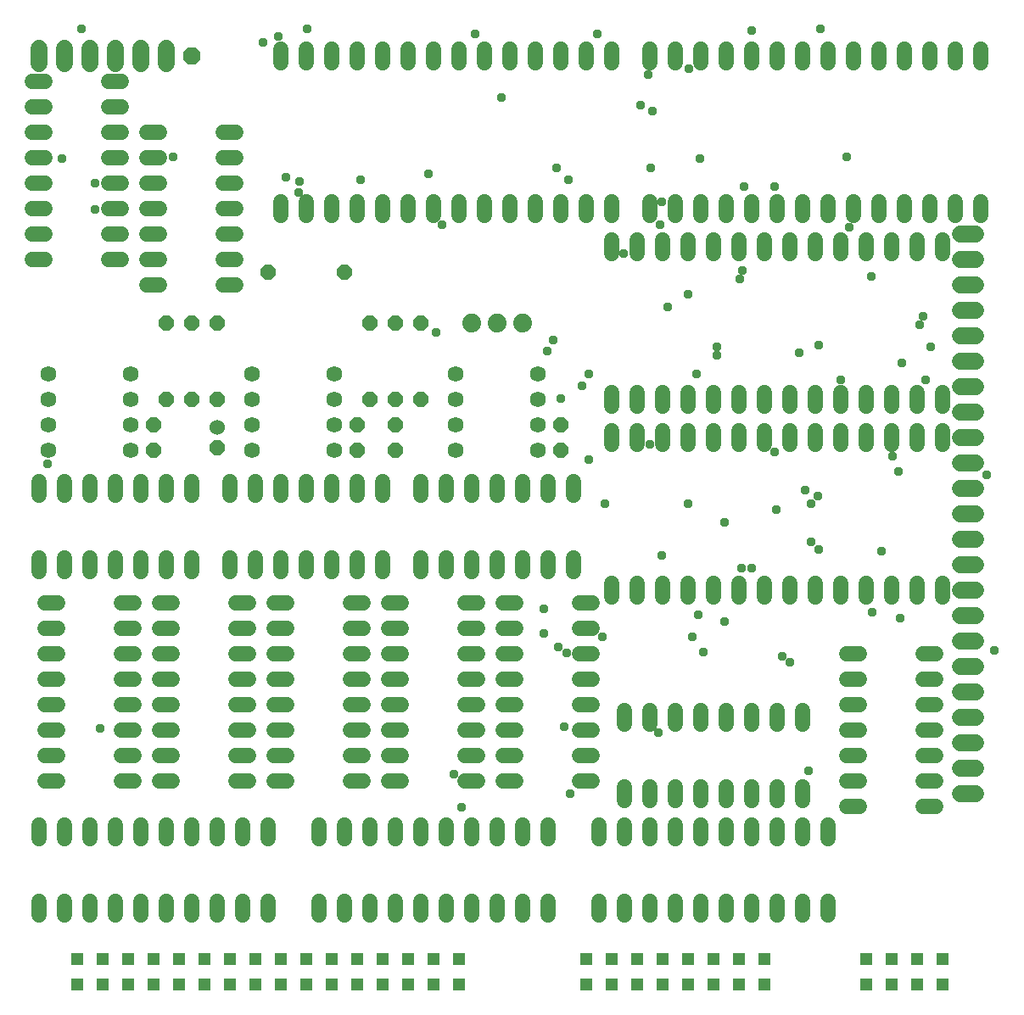
<source format=gbr>
G04 EAGLE Gerber RS-274X export*
G75*
%MOMM*%
%FSLAX34Y34*%
%LPD*%
%INSoldermask Bottom*%
%IPPOS*%
%AMOC8*
5,1,8,0,0,1.08239X$1,22.5*%
G01*
%ADD10P,1.649562X8X292.500000*%
%ADD11C,1.524000*%
%ADD12C,1.589200*%
%ADD13C,1.524000*%
%ADD14P,1.649562X8X112.500000*%
%ADD15C,1.879600*%
%ADD16R,1.261200X1.261200*%
%ADD17P,1.649562X8X22.500000*%
%ADD18C,1.727200*%
%ADD19P,1.869504X8X22.500000*%
%ADD20C,0.959600*%


D10*
X-927100Y574040D03*
D11*
X-927100Y594360D03*
D10*
X-990600Y596900D03*
X-990600Y571500D03*
X-787400Y596900D03*
X-787400Y571500D03*
X-749300Y596900D03*
X-749300Y571500D03*
X-584200Y596900D03*
X-584200Y571500D03*
D12*
X-1095400Y647700D03*
X-1095400Y622300D03*
X-1095400Y596900D03*
X-1095400Y571500D03*
X-1012800Y571500D03*
X-1012800Y596900D03*
X-1012800Y622300D03*
X-1012800Y647700D03*
X-892200Y647700D03*
X-892200Y622300D03*
X-892200Y596900D03*
X-892200Y571500D03*
X-809600Y571500D03*
X-809600Y596900D03*
X-809600Y622300D03*
X-809600Y647700D03*
X-689000Y647700D03*
X-689000Y622300D03*
X-689000Y596900D03*
X-689000Y571500D03*
X-606400Y571500D03*
X-606400Y596900D03*
X-606400Y622300D03*
X-606400Y647700D03*
D13*
X-723900Y463804D02*
X-723900Y450596D01*
X-698500Y450596D02*
X-698500Y463804D01*
X-571500Y463804D02*
X-571500Y450596D01*
X-571500Y526796D02*
X-571500Y540004D01*
X-673100Y463804D02*
X-673100Y450596D01*
X-647700Y450596D02*
X-647700Y463804D01*
X-596900Y463804D02*
X-596900Y450596D01*
X-622300Y450596D02*
X-622300Y463804D01*
X-596900Y526796D02*
X-596900Y540004D01*
X-622300Y540004D02*
X-622300Y526796D01*
X-647700Y526796D02*
X-647700Y540004D01*
X-673100Y540004D02*
X-673100Y526796D01*
X-698500Y526796D02*
X-698500Y540004D01*
X-723900Y540004D02*
X-723900Y526796D01*
X-914400Y463804D02*
X-914400Y450596D01*
X-889000Y450596D02*
X-889000Y463804D01*
X-762000Y463804D02*
X-762000Y450596D01*
X-762000Y526796D02*
X-762000Y540004D01*
X-863600Y463804D02*
X-863600Y450596D01*
X-838200Y450596D02*
X-838200Y463804D01*
X-787400Y463804D02*
X-787400Y450596D01*
X-812800Y450596D02*
X-812800Y463804D01*
X-787400Y526796D02*
X-787400Y540004D01*
X-812800Y540004D02*
X-812800Y526796D01*
X-838200Y526796D02*
X-838200Y540004D01*
X-863600Y540004D02*
X-863600Y526796D01*
X-889000Y526796D02*
X-889000Y540004D01*
X-914400Y540004D02*
X-914400Y526796D01*
X-1104900Y463804D02*
X-1104900Y450596D01*
X-1079500Y450596D02*
X-1079500Y463804D01*
X-952500Y463804D02*
X-952500Y450596D01*
X-952500Y526796D02*
X-952500Y540004D01*
X-1054100Y463804D02*
X-1054100Y450596D01*
X-1028700Y450596D02*
X-1028700Y463804D01*
X-977900Y463804D02*
X-977900Y450596D01*
X-1003300Y450596D02*
X-1003300Y463804D01*
X-977900Y526796D02*
X-977900Y540004D01*
X-1003300Y540004D02*
X-1003300Y526796D01*
X-1028700Y526796D02*
X-1028700Y540004D01*
X-1054100Y540004D02*
X-1054100Y526796D01*
X-1079500Y526796D02*
X-1079500Y540004D01*
X-1104900Y540004D02*
X-1104900Y526796D01*
D14*
X-977900Y622300D03*
X-977900Y698500D03*
D10*
X-952500Y698500D03*
X-952500Y622300D03*
D14*
X-774700Y622300D03*
X-774700Y698500D03*
X-927100Y622300D03*
X-927100Y698500D03*
X-749300Y622300D03*
X-749300Y698500D03*
X-723900Y622300D03*
X-723900Y698500D03*
D15*
X-647700Y698500D03*
X-673100Y698500D03*
X-622300Y698500D03*
D13*
X-565404Y241300D02*
X-552196Y241300D01*
X-552196Y266700D02*
X-565404Y266700D01*
X-565404Y393700D02*
X-552196Y393700D01*
X-552196Y419100D02*
X-565404Y419100D01*
X-565404Y292100D02*
X-552196Y292100D01*
X-552196Y317500D02*
X-565404Y317500D01*
X-565404Y368300D02*
X-552196Y368300D01*
X-552196Y342900D02*
X-565404Y342900D01*
X-628396Y419100D02*
X-641604Y419100D01*
X-641604Y393700D02*
X-628396Y393700D01*
X-628396Y368300D02*
X-641604Y368300D01*
X-641604Y342900D02*
X-628396Y342900D01*
X-628396Y317500D02*
X-641604Y317500D01*
X-641604Y292100D02*
X-628396Y292100D01*
X-628396Y266700D02*
X-641604Y266700D01*
X-641604Y241300D02*
X-628396Y241300D01*
X-342900Y298196D02*
X-342900Y311404D01*
X-368300Y311404D02*
X-368300Y298196D01*
X-495300Y298196D02*
X-495300Y311404D01*
X-520700Y311404D02*
X-520700Y298196D01*
X-393700Y298196D02*
X-393700Y311404D01*
X-419100Y311404D02*
X-419100Y298196D01*
X-469900Y298196D02*
X-469900Y311404D01*
X-444500Y311404D02*
X-444500Y298196D01*
X-520700Y235204D02*
X-520700Y221996D01*
X-495300Y221996D02*
X-495300Y235204D01*
X-469900Y235204D02*
X-469900Y221996D01*
X-444500Y221996D02*
X-444500Y235204D01*
X-419100Y235204D02*
X-419100Y221996D01*
X-393700Y221996D02*
X-393700Y235204D01*
X-368300Y235204D02*
X-368300Y221996D01*
X-342900Y221996D02*
X-342900Y235204D01*
X-546100Y120904D02*
X-546100Y107696D01*
X-520700Y107696D02*
X-520700Y120904D01*
X-393700Y120904D02*
X-393700Y107696D01*
X-368300Y107696D02*
X-368300Y120904D01*
X-495300Y120904D02*
X-495300Y107696D01*
X-469900Y107696D02*
X-469900Y120904D01*
X-419100Y120904D02*
X-419100Y107696D01*
X-444500Y107696D02*
X-444500Y120904D01*
X-342900Y120904D02*
X-342900Y107696D01*
X-317500Y107696D02*
X-317500Y120904D01*
X-317500Y183896D02*
X-317500Y197104D01*
X-342900Y197104D02*
X-342900Y183896D01*
X-368300Y183896D02*
X-368300Y197104D01*
X-393700Y197104D02*
X-393700Y183896D01*
X-419100Y183896D02*
X-419100Y197104D01*
X-444500Y197104D02*
X-444500Y183896D01*
X-469900Y183896D02*
X-469900Y197104D01*
X-495300Y197104D02*
X-495300Y183896D01*
X-520700Y183896D02*
X-520700Y197104D01*
X-546100Y197104D02*
X-546100Y183896D01*
D16*
X-1066800Y38100D03*
X-1041400Y38100D03*
X-1016000Y38100D03*
X-990600Y38100D03*
X-965200Y38100D03*
X-939800Y38100D03*
X-914400Y38100D03*
X-889000Y38100D03*
X-863600Y38100D03*
X-838200Y38100D03*
X-812800Y38100D03*
X-787400Y38100D03*
X-762000Y38100D03*
X-736600Y38100D03*
X-711200Y38100D03*
X-685800Y38100D03*
X-558800Y38100D03*
X-533400Y38100D03*
X-508000Y38100D03*
X-482600Y38100D03*
X-457200Y38100D03*
X-431800Y38100D03*
X-406400Y38100D03*
X-381000Y38100D03*
X-279400Y38100D03*
X-228600Y38100D03*
X-203200Y38100D03*
X-254000Y38100D03*
X-1066800Y63500D03*
X-1041400Y63500D03*
X-1016000Y63500D03*
X-990600Y63500D03*
X-965200Y63500D03*
X-939800Y63500D03*
X-914400Y63500D03*
X-889000Y63500D03*
X-863600Y63500D03*
X-838200Y63500D03*
X-812800Y63500D03*
X-787400Y63500D03*
X-762000Y63500D03*
X-736600Y63500D03*
X-711200Y63500D03*
X-685800Y63500D03*
X-558800Y63500D03*
X-533400Y63500D03*
X-508000Y63500D03*
X-482600Y63500D03*
X-457200Y63500D03*
X-431800Y63500D03*
X-406400Y63500D03*
X-381000Y63500D03*
X-279400Y63500D03*
X-228600Y63500D03*
X-203200Y63500D03*
X-254000Y63500D03*
D13*
X-1104900Y107696D02*
X-1104900Y120904D01*
X-1079500Y120904D02*
X-1079500Y107696D01*
X-952500Y107696D02*
X-952500Y120904D01*
X-927100Y120904D02*
X-927100Y107696D01*
X-1054100Y107696D02*
X-1054100Y120904D01*
X-1028700Y120904D02*
X-1028700Y107696D01*
X-977900Y107696D02*
X-977900Y120904D01*
X-1003300Y120904D02*
X-1003300Y107696D01*
X-901700Y107696D02*
X-901700Y120904D01*
X-876300Y120904D02*
X-876300Y107696D01*
X-876300Y183896D02*
X-876300Y197104D01*
X-901700Y197104D02*
X-901700Y183896D01*
X-927100Y183896D02*
X-927100Y197104D01*
X-952500Y197104D02*
X-952500Y183896D01*
X-977900Y183896D02*
X-977900Y197104D01*
X-1003300Y197104D02*
X-1003300Y183896D01*
X-1028700Y183896D02*
X-1028700Y197104D01*
X-1054100Y197104D02*
X-1054100Y183896D01*
X-1079500Y183896D02*
X-1079500Y197104D01*
X-1104900Y197104D02*
X-1104900Y183896D01*
X-825500Y120904D02*
X-825500Y107696D01*
X-800100Y107696D02*
X-800100Y120904D01*
X-673100Y120904D02*
X-673100Y107696D01*
X-647700Y107696D02*
X-647700Y120904D01*
X-774700Y120904D02*
X-774700Y107696D01*
X-749300Y107696D02*
X-749300Y120904D01*
X-698500Y120904D02*
X-698500Y107696D01*
X-723900Y107696D02*
X-723900Y120904D01*
X-622300Y120904D02*
X-622300Y107696D01*
X-596900Y107696D02*
X-596900Y120904D01*
X-596900Y183896D02*
X-596900Y197104D01*
X-622300Y197104D02*
X-622300Y183896D01*
X-647700Y183896D02*
X-647700Y197104D01*
X-673100Y197104D02*
X-673100Y183896D01*
X-698500Y183896D02*
X-698500Y197104D01*
X-723900Y197104D02*
X-723900Y183896D01*
X-749300Y183896D02*
X-749300Y197104D01*
X-774700Y197104D02*
X-774700Y183896D01*
X-800100Y183896D02*
X-800100Y197104D01*
X-825500Y197104D02*
X-825500Y183896D01*
X-1009396Y241300D02*
X-1022604Y241300D01*
X-1022604Y266700D02*
X-1009396Y266700D01*
X-1009396Y292100D02*
X-1022604Y292100D01*
X-1022604Y317500D02*
X-1009396Y317500D01*
X-1009396Y342900D02*
X-1022604Y342900D01*
X-1022604Y368300D02*
X-1009396Y368300D01*
X-1009396Y393700D02*
X-1022604Y393700D01*
X-1022604Y419100D02*
X-1009396Y419100D01*
X-1085596Y419100D02*
X-1098804Y419100D01*
X-1098804Y393700D02*
X-1085596Y393700D01*
X-1085596Y368300D02*
X-1098804Y368300D01*
X-1098804Y342900D02*
X-1085596Y342900D01*
X-1085596Y317500D02*
X-1098804Y317500D01*
X-1098804Y292100D02*
X-1085596Y292100D01*
X-1085596Y266700D02*
X-1098804Y266700D01*
X-1098804Y241300D02*
X-1085596Y241300D01*
X-908304Y241300D02*
X-895096Y241300D01*
X-895096Y266700D02*
X-908304Y266700D01*
X-908304Y292100D02*
X-895096Y292100D01*
X-895096Y317500D02*
X-908304Y317500D01*
X-908304Y342900D02*
X-895096Y342900D01*
X-895096Y368300D02*
X-908304Y368300D01*
X-908304Y393700D02*
X-895096Y393700D01*
X-895096Y419100D02*
X-908304Y419100D01*
X-971296Y419100D02*
X-984504Y419100D01*
X-984504Y393700D02*
X-971296Y393700D01*
X-971296Y368300D02*
X-984504Y368300D01*
X-984504Y342900D02*
X-971296Y342900D01*
X-971296Y317500D02*
X-984504Y317500D01*
X-984504Y292100D02*
X-971296Y292100D01*
X-971296Y266700D02*
X-984504Y266700D01*
X-984504Y241300D02*
X-971296Y241300D01*
X-794004Y241300D02*
X-780796Y241300D01*
X-780796Y266700D02*
X-794004Y266700D01*
X-794004Y292100D02*
X-780796Y292100D01*
X-780796Y317500D02*
X-794004Y317500D01*
X-794004Y342900D02*
X-780796Y342900D01*
X-780796Y368300D02*
X-794004Y368300D01*
X-794004Y393700D02*
X-780796Y393700D01*
X-780796Y419100D02*
X-794004Y419100D01*
X-856996Y419100D02*
X-870204Y419100D01*
X-870204Y393700D02*
X-856996Y393700D01*
X-856996Y368300D02*
X-870204Y368300D01*
X-870204Y342900D02*
X-856996Y342900D01*
X-856996Y317500D02*
X-870204Y317500D01*
X-870204Y292100D02*
X-856996Y292100D01*
X-856996Y266700D02*
X-870204Y266700D01*
X-870204Y241300D02*
X-856996Y241300D01*
X-679704Y241300D02*
X-666496Y241300D01*
X-666496Y266700D02*
X-679704Y266700D01*
X-679704Y292100D02*
X-666496Y292100D01*
X-666496Y317500D02*
X-679704Y317500D01*
X-679704Y342900D02*
X-666496Y342900D01*
X-666496Y368300D02*
X-679704Y368300D01*
X-679704Y393700D02*
X-666496Y393700D01*
X-666496Y419100D02*
X-679704Y419100D01*
X-742696Y419100D02*
X-755904Y419100D01*
X-755904Y393700D02*
X-742696Y393700D01*
X-742696Y368300D02*
X-755904Y368300D01*
X-755904Y342900D02*
X-742696Y342900D01*
X-742696Y317500D02*
X-755904Y317500D01*
X-755904Y292100D02*
X-742696Y292100D01*
X-742696Y266700D02*
X-755904Y266700D01*
X-755904Y241300D02*
X-742696Y241300D01*
X-222504Y215900D02*
X-209296Y215900D01*
X-209296Y241300D02*
X-222504Y241300D01*
X-222504Y368300D02*
X-209296Y368300D01*
X-285496Y368300D02*
X-298704Y368300D01*
X-222504Y266700D02*
X-209296Y266700D01*
X-209296Y292100D02*
X-222504Y292100D01*
X-222504Y342900D02*
X-209296Y342900D01*
X-209296Y317500D02*
X-222504Y317500D01*
X-285496Y342900D02*
X-298704Y342900D01*
X-298704Y317500D02*
X-285496Y317500D01*
X-285496Y292100D02*
X-298704Y292100D01*
X-298704Y266700D02*
X-285496Y266700D01*
X-285496Y241300D02*
X-298704Y241300D01*
X-298704Y215900D02*
X-285496Y215900D01*
X-907796Y736600D02*
X-921004Y736600D01*
X-921004Y762000D02*
X-907796Y762000D01*
X-907796Y889000D02*
X-921004Y889000D01*
X-983996Y889000D02*
X-997204Y889000D01*
X-921004Y787400D02*
X-907796Y787400D01*
X-907796Y812800D02*
X-921004Y812800D01*
X-921004Y863600D02*
X-907796Y863600D01*
X-907796Y838200D02*
X-921004Y838200D01*
X-983996Y863600D02*
X-997204Y863600D01*
X-997204Y838200D02*
X-983996Y838200D01*
X-983996Y812800D02*
X-997204Y812800D01*
X-997204Y787400D02*
X-983996Y787400D01*
X-983996Y762000D02*
X-997204Y762000D01*
X-997204Y736600D02*
X-983996Y736600D01*
D17*
X-876300Y749300D03*
X-800100Y749300D03*
D13*
X-533400Y438404D02*
X-533400Y425196D01*
X-508000Y425196D02*
X-508000Y438404D01*
X-482600Y438404D02*
X-482600Y425196D01*
X-457200Y425196D02*
X-457200Y438404D01*
X-431800Y438404D02*
X-431800Y425196D01*
X-406400Y425196D02*
X-406400Y438404D01*
X-381000Y438404D02*
X-381000Y425196D01*
X-355600Y425196D02*
X-355600Y438404D01*
X-330200Y438404D02*
X-330200Y425196D01*
X-304800Y425196D02*
X-304800Y438404D01*
X-279400Y438404D02*
X-279400Y425196D01*
X-254000Y425196D02*
X-254000Y438404D01*
X-228600Y438404D02*
X-228600Y425196D01*
X-203200Y425196D02*
X-203200Y438404D01*
X-203200Y577596D02*
X-203200Y590804D01*
X-228600Y590804D02*
X-228600Y577596D01*
X-254000Y577596D02*
X-254000Y590804D01*
X-279400Y590804D02*
X-279400Y577596D01*
X-304800Y577596D02*
X-304800Y590804D01*
X-330200Y590804D02*
X-330200Y577596D01*
X-355600Y577596D02*
X-355600Y590804D01*
X-381000Y590804D02*
X-381000Y577596D01*
X-406400Y577596D02*
X-406400Y590804D01*
X-431800Y590804D02*
X-431800Y577596D01*
X-457200Y577596D02*
X-457200Y590804D01*
X-482600Y590804D02*
X-482600Y577596D01*
X-508000Y577596D02*
X-508000Y590804D01*
X-533400Y590804D02*
X-533400Y577596D01*
X-533400Y615696D02*
X-533400Y628904D01*
X-508000Y628904D02*
X-508000Y615696D01*
X-482600Y615696D02*
X-482600Y628904D01*
X-457200Y628904D02*
X-457200Y615696D01*
X-431800Y615696D02*
X-431800Y628904D01*
X-406400Y628904D02*
X-406400Y615696D01*
X-381000Y615696D02*
X-381000Y628904D01*
X-355600Y628904D02*
X-355600Y615696D01*
X-330200Y615696D02*
X-330200Y628904D01*
X-304800Y628904D02*
X-304800Y615696D01*
X-279400Y615696D02*
X-279400Y628904D01*
X-254000Y628904D02*
X-254000Y615696D01*
X-228600Y615696D02*
X-228600Y628904D01*
X-203200Y628904D02*
X-203200Y615696D01*
X-203200Y768096D02*
X-203200Y781304D01*
X-228600Y781304D02*
X-228600Y768096D01*
X-254000Y768096D02*
X-254000Y781304D01*
X-279400Y781304D02*
X-279400Y768096D01*
X-304800Y768096D02*
X-304800Y781304D01*
X-330200Y781304D02*
X-330200Y768096D01*
X-355600Y768096D02*
X-355600Y781304D01*
X-381000Y781304D02*
X-381000Y768096D01*
X-406400Y768096D02*
X-406400Y781304D01*
X-431800Y781304D02*
X-431800Y768096D01*
X-457200Y768096D02*
X-457200Y781304D01*
X-482600Y781304D02*
X-482600Y768096D01*
X-508000Y768096D02*
X-508000Y781304D01*
X-533400Y781304D02*
X-533400Y768096D01*
X-495300Y806196D02*
X-495300Y819404D01*
X-469900Y819404D02*
X-469900Y806196D01*
X-444500Y806196D02*
X-444500Y819404D01*
X-419100Y819404D02*
X-419100Y806196D01*
X-393700Y806196D02*
X-393700Y819404D01*
X-368300Y819404D02*
X-368300Y806196D01*
X-342900Y806196D02*
X-342900Y819404D01*
X-317500Y819404D02*
X-317500Y806196D01*
X-292100Y806196D02*
X-292100Y819404D01*
X-266700Y819404D02*
X-266700Y806196D01*
X-241300Y806196D02*
X-241300Y819404D01*
X-215900Y819404D02*
X-215900Y806196D01*
X-190500Y806196D02*
X-190500Y819404D01*
X-165100Y819404D02*
X-165100Y806196D01*
X-165100Y958596D02*
X-165100Y971804D01*
X-190500Y971804D02*
X-190500Y958596D01*
X-215900Y958596D02*
X-215900Y971804D01*
X-241300Y971804D02*
X-241300Y958596D01*
X-266700Y958596D02*
X-266700Y971804D01*
X-292100Y971804D02*
X-292100Y958596D01*
X-317500Y958596D02*
X-317500Y971804D01*
X-342900Y971804D02*
X-342900Y958596D01*
X-368300Y958596D02*
X-368300Y971804D01*
X-393700Y971804D02*
X-393700Y958596D01*
X-419100Y958596D02*
X-419100Y971804D01*
X-444500Y971804D02*
X-444500Y958596D01*
X-469900Y958596D02*
X-469900Y971804D01*
X-495300Y971804D02*
X-495300Y958596D01*
X-863600Y819404D02*
X-863600Y806196D01*
X-838200Y806196D02*
X-838200Y819404D01*
X-812800Y819404D02*
X-812800Y806196D01*
X-787400Y806196D02*
X-787400Y819404D01*
X-762000Y819404D02*
X-762000Y806196D01*
X-736600Y806196D02*
X-736600Y819404D01*
X-711200Y819404D02*
X-711200Y806196D01*
X-685800Y806196D02*
X-685800Y819404D01*
X-660400Y819404D02*
X-660400Y806196D01*
X-635000Y806196D02*
X-635000Y819404D01*
X-609600Y819404D02*
X-609600Y806196D01*
X-584200Y806196D02*
X-584200Y819404D01*
X-558800Y819404D02*
X-558800Y806196D01*
X-533400Y806196D02*
X-533400Y819404D01*
X-533400Y958596D02*
X-533400Y971804D01*
X-558800Y971804D02*
X-558800Y958596D01*
X-584200Y958596D02*
X-584200Y971804D01*
X-609600Y971804D02*
X-609600Y958596D01*
X-635000Y958596D02*
X-635000Y971804D01*
X-660400Y971804D02*
X-660400Y958596D01*
X-685800Y958596D02*
X-685800Y971804D01*
X-711200Y971804D02*
X-711200Y958596D01*
X-736600Y958596D02*
X-736600Y971804D01*
X-762000Y971804D02*
X-762000Y958596D01*
X-787400Y958596D02*
X-787400Y971804D01*
X-812800Y971804D02*
X-812800Y958596D01*
X-838200Y958596D02*
X-838200Y971804D01*
X-863600Y971804D02*
X-863600Y958596D01*
X-1022096Y762000D02*
X-1035304Y762000D01*
X-1035304Y787400D02*
X-1022096Y787400D01*
X-1022096Y812800D02*
X-1035304Y812800D01*
X-1035304Y838200D02*
X-1022096Y838200D01*
X-1022096Y863600D02*
X-1035304Y863600D01*
X-1035304Y889000D02*
X-1022096Y889000D01*
X-1022096Y914400D02*
X-1035304Y914400D01*
X-1035304Y939800D02*
X-1022096Y939800D01*
X-1098296Y939800D02*
X-1111504Y939800D01*
X-1111504Y914400D02*
X-1098296Y914400D01*
X-1098296Y889000D02*
X-1111504Y889000D01*
X-1111504Y863600D02*
X-1098296Y863600D01*
X-1098296Y838200D02*
X-1111504Y838200D01*
X-1111504Y812800D02*
X-1098296Y812800D01*
X-1098296Y787400D02*
X-1111504Y787400D01*
X-1111504Y762000D02*
X-1098296Y762000D01*
D18*
X-185420Y406400D02*
X-170180Y406400D01*
X-170180Y381000D02*
X-185420Y381000D01*
X-185420Y355600D02*
X-170180Y355600D01*
X-170180Y330200D02*
X-185420Y330200D01*
X-185420Y304800D02*
X-170180Y304800D01*
X-170180Y279400D02*
X-185420Y279400D01*
X-185420Y254000D02*
X-170180Y254000D01*
X-170180Y228600D02*
X-185420Y228600D01*
X-1104900Y957580D02*
X-1104900Y972820D01*
X-1079500Y972820D02*
X-1079500Y957580D01*
X-1054100Y957580D02*
X-1054100Y972820D01*
X-1028700Y972820D02*
X-1028700Y957580D01*
X-1003300Y957580D02*
X-1003300Y972820D01*
X-977900Y972820D02*
X-977900Y957580D01*
X-185420Y787400D02*
X-170180Y787400D01*
X-170180Y762000D02*
X-185420Y762000D01*
X-185420Y736600D02*
X-170180Y736600D01*
X-170180Y711200D02*
X-185420Y711200D01*
X-185420Y685800D02*
X-170180Y685800D01*
X-170180Y660400D02*
X-185420Y660400D01*
X-185420Y635000D02*
X-170180Y635000D01*
X-170180Y609600D02*
X-185420Y609600D01*
X-185420Y584200D02*
X-170180Y584200D01*
X-170180Y558800D02*
X-185420Y558800D01*
X-185420Y533400D02*
X-170180Y533400D01*
X-170180Y508000D02*
X-185420Y508000D01*
X-185420Y482600D02*
X-170180Y482600D01*
X-170180Y457200D02*
X-185420Y457200D01*
X-185420Y431800D02*
X-170180Y431800D01*
D19*
X-952500Y965200D03*
D20*
X-336804Y251460D03*
X-1043940Y294132D03*
X-1095756Y557784D03*
X-368808Y512064D03*
X-403860Y454152D03*
X-690372Y248412D03*
X-682752Y214884D03*
X-486156Y289560D03*
X-600456Y413004D03*
X-600456Y388620D03*
X-586740Y374904D03*
X-457200Y726948D03*
X-355092Y359664D03*
X-393192Y454152D03*
X-457200Y518160D03*
X-362712Y365760D03*
X-539496Y518160D03*
X-495300Y577596D03*
X-562356Y635508D03*
X-420624Y400812D03*
X-446532Y406908D03*
X-452628Y385572D03*
X-542544Y385572D03*
X-577596Y368808D03*
X-483108Y819912D03*
X-591312Y681228D03*
X-702564Y797052D03*
X-574548Y228600D03*
X-441960Y370332D03*
X-477012Y714756D03*
X-428244Y665988D03*
X-597408Y670560D03*
X-580644Y295656D03*
X-643128Y923544D03*
X-493776Y853440D03*
X-547116Y987552D03*
X-326136Y472440D03*
X-327660Y525780D03*
X-1048512Y812292D03*
X-708660Y688848D03*
X-333756Y480060D03*
X-333756Y518160D03*
X-1048512Y838200D03*
X-858012Y844296D03*
X-716280Y847344D03*
X-484632Y797052D03*
X-420624Y499872D03*
X-370332Y569976D03*
X-556260Y647700D03*
X-1082040Y862584D03*
X-845820Y829056D03*
X-150876Y371856D03*
X-393192Y990600D03*
X-448056Y647700D03*
X-245364Y403860D03*
X-263652Y470916D03*
X-339852Y531876D03*
X-455676Y952500D03*
X-345948Y669036D03*
X-326136Y676656D03*
X-405384Y742188D03*
X-324612Y992124D03*
X-836676Y992124D03*
X-880872Y978408D03*
X-370332Y835152D03*
X-400812Y835152D03*
X-844296Y839724D03*
X-496824Y946404D03*
X-669036Y987552D03*
X-865632Y984504D03*
X-158496Y547116D03*
X-1062228Y992124D03*
X-556260Y562356D03*
X-970788Y864108D03*
X-222504Y705612D03*
X-214884Y675132D03*
X-504444Y915924D03*
X-295656Y794004D03*
X-298704Y864108D03*
X-243840Y658368D03*
X-219456Y641604D03*
X-492252Y909828D03*
X-274320Y745236D03*
X-225552Y696468D03*
X-783336Y841248D03*
X-483108Y466344D03*
X-272796Y409956D03*
X-521208Y768096D03*
X-428244Y675132D03*
X-304800Y641604D03*
X-445008Y862584D03*
X-402336Y751332D03*
X-246888Y550164D03*
X-588264Y853440D03*
X-576072Y841248D03*
X-252984Y565404D03*
X-583692Y623316D03*
M02*

</source>
